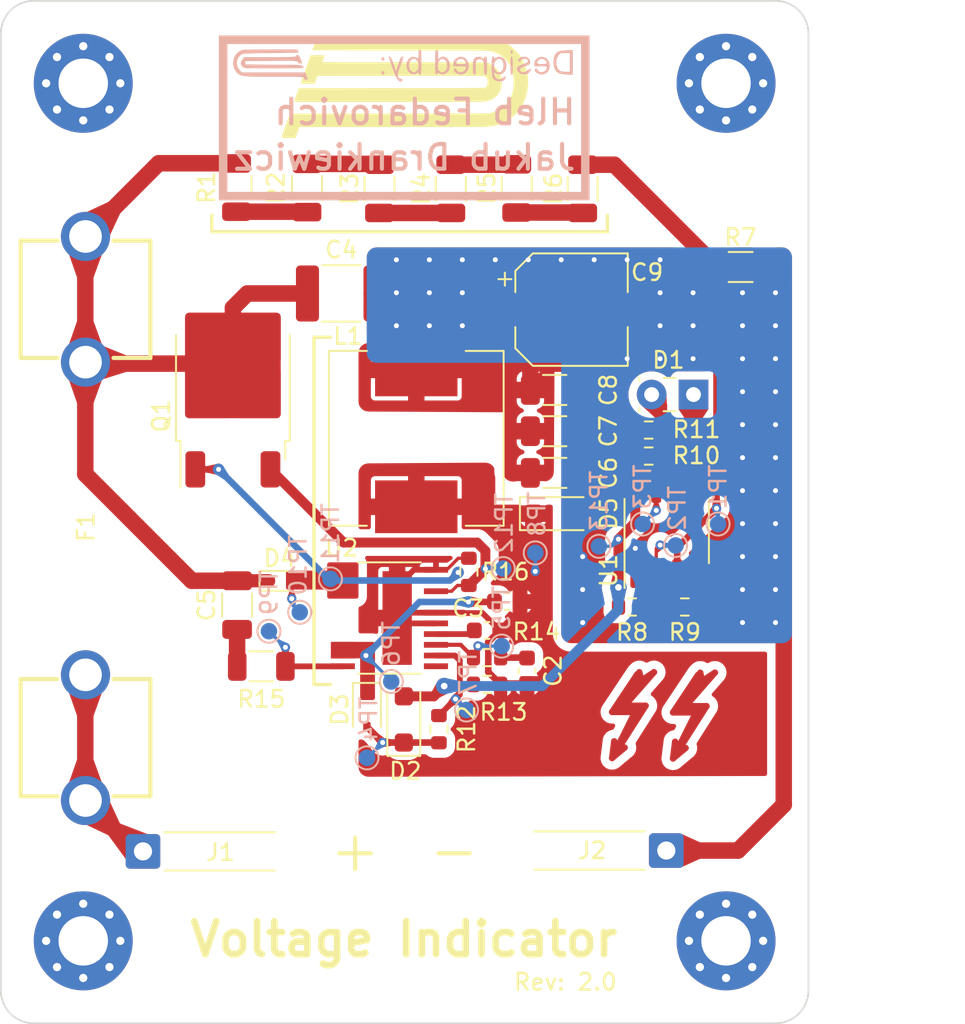
<source format=kicad_pcb>
(kicad_pcb (version 20221018) (generator pcbnew)
  (title_block (title "Voltage Indicator") (date "2023-05-06") (rev "2.0") (company "H. Fedarovich") (comment 1 "J. Drankiewicz") (comment 2 "I. Kajdan"))
  (layers (0 "F.Cu" signal) (31 "B.Cu" signal) (34 "B.Paste" user) (35 "F.Paste" user) (36 "B.SilkS" user "B.Silkscreen") (37 "F.SilkS" user "F.Silkscreen") (38 "B.Mask" user) (39 "F.Mask" user) (44 "Edge.Cuts" user))
  (net 0 "")
  (net 1 "Net-(C2-Pad1)")
  (net 2 "VCC")
  (net 3 "GND")
  (net 4 "Net-(#FLG03-pwr)")
  (net 5 "+12V")
  (net 6 "Net-(D3-K)")
  (net 7 "Net-(U2-IREG{slash}SS)")
  (net 8 "Net-(C5-Pad1)")
  (net 9 "Net-(D1-A)")
  (net 10 "Net-(D1-K)")
  (net 11 "Net-(D2-K)")
  (net 12 "Net-(#FLG04-pwr)")
  (net 13 "Net-(R1-Pad1)")
  (net 14 "Net-(R2-Pad1)")
  (net 15 "Net-(R3-Pad1)")
  (net 16 "Net-(R4-Pad1)")
  (net 17 "Net-(J1-Pin_1)")
  (net 18 "Net-(Q1-S)")
  (net 19 "Net-(Q1-G)")
  (net 20 "Net-(R5-Pad1)")
  (net 21 "Net-(U1--)")
  (net 22 "Net-(U1-+)")
  (net 23 "Net-(U2-FB)")
  (net 24 "Net-(U2-VC)")
  (net 25 "Net-(U2-DCM)")
  (footprint "Resistor_SMD:R_0603_1608Metric" (layer "F.Cu") (at 168.3002 105.8056 180)
    (fp_text reference "R8")
    (fp_text value "3k" hide)
  )
  (footprint "Symbol:Symbol_Highvoltage_Type1_CopperTop_Small" (layer "F.Cu") (at 171.164 112.961)
    (fp_text reference "REF**" hide)
    (fp_text value "Symbol_Highvoltage_Type1_CopperTop_Small")
  )
  (footprint "Diode_SMD:D_SOD-123F" (layer "F.Cu") (at 154.45 112.625 90)
    (fp_text reference "D2")
    (fp_text value "US1KFA" hide)
  )
  (footprint "Local_Library:putm_15mm" (layer "F.Cu") (at 154.5 74.3)
    (fp_text reference "G***" hide)
    (fp_text value "LOGO" hide)
  )
  (footprint "Symbol:Symbol_Highvoltage_Type1_CopperTop_Small" (layer "F.Cu") (at 167.468 112.934)
    (fp_text reference "REF**" hide)
    (fp_text value "Symbol_Highvoltage_Type1_CopperTop_Small")
  )
  (footprint "Resistor_SMD:R_0603_1608Metric" (layer "F.Cu") (at 169.305 96.655)
    (fp_text reference "R10")
    (fp_text value "1k2")
  )
  (footprint "Capacitor_SMD:C_0603_1608Metric" (layer "F.Cu") (at 160.725 105.475)
    (fp_text reference "C1" hide)
    (fp_text value "10u" hide)
  )
  (footprint "LED_THT:LED_Rectangular_W3.9mm_H1.9mm" (layer "F.Cu") (at 172.025 92.925 180)
    (fp_text reference "D1")
    (fp_text value "Red")
  )
  (footprint "Local_Library:FuseClip" (layer "F.Cu") (at 135.138 87.15 -90)
    (fp_text reference "F1")
    (fp_text value "600V" hide)
  )
  (footprint "Resistor_SMD:R_1206_3216Metric" (layer "F.Cu") (at 165.3 80.45 -90)
    (fp_text reference "R6")
    (fp_text value "100k" hide)
  )
  (footprint "Capacitor_SMD:C_1206_3216Metric" (layer "F.Cu") (at 163.604 95.146 180)
    (fp_text reference "C7")
    (fp_text value "47u" hide)
  )
  (footprint "Local_Library:WurthElektronikInductor_7687714102" (layer "F.Cu") (at 155.2056 95.58 90)
    (fp_text reference "L1")
    (fp_text value "1m")
  )
  (footprint "Resistor_SMD:R_0603_1608Metric" (layer "F.Cu") (at 156.58 113.215 -90)
    (fp_text reference "R12")
    (fp_text value "21k5" hide)
  )
  (footprint "Local_Library:SolderWire_Relief" (layer "F.Cu") (at 170.375 120.575 -90)
    (fp_text reference "J2")
    (fp_text value "HV-")
  )
  (footprint "Capacitor_SMD:C_1206_3216Metric" (layer "F.Cu") (at 144.335 105.69 90)
    (fp_text reference "C5")
    (fp_text value "10p" hide)
  )
  (footprint "Resistor_SMD:R_1206_3216Metric" (layer "F.Cu") (at 152.975 80.45 90)
    (fp_text reference "R3")
    (fp_text value "100k" hide)
  )
  (footprint "Package_SO:SO-8_3.9x4.9mm_P1.27mm" (layer "F.Cu") (at 170.4 101.2 90)
    (fp_text reference "U1")
    (fp_text value "LM211DT" hide)
  )
  (footprint "Resistor_SMD:R_0603_1608Metric" (layer "F.Cu") (at 159.5 110.5 180)
    (fp_text reference "R13")
    (fp_text value "2k49" hide)
  )
  (footprint "Resistor_SMD:R_1206_3216Metric" (layer "F.Cu") (at 157.3 80.45 -90)
    (fp_text reference "R4")
    (fp_text value "100k" hide)
  )
  (footprint "MountingHole:MountingHole_3mm_Pad_Via" (layer "F.Cu") (at 135 126.05)
    (fp_text reference "REF**" hide)
    (fp_text value "MountingHole_3mm_Pad_Via" hide)
  )
  (footprint "Resistor_SMD:R_1206_3216Metric" (layer "F.Cu") (at 144.3 80.375 90)
    (fp_text reference "R1")
    (fp_text value "100k" hide)
  )
  (footprint "MountingHole:MountingHole_3mm_Pad_Via" (layer "F.Cu") (at 135 74.05)
    (fp_text reference "REF**" hide)
    (fp_text value "MountingHole_3mm_Pad_Via" hide)
  )
  (footprint "Capacitor_SMD:C_1206_3216Metric" (layer "F.Cu") (at 163.604 97.675 180)
    (fp_text reference "C6")
    (fp_text value "47u" hide)
  )
  (footprint "Local_Library:LT8316EFE" (layer "F.Cu") (at 153.575 106.475)
    (fp_text reference "U2")
    (fp_text value "LT8316EFE" hide)
  )
  (footprint "Resistor_SMD:R_0603_1608Metric" (layer "F.Cu") (at 171.499 105.8056 180)
    (fp_text reference "R9")
    (fp_text value "240R" hide)
  )
  (footprint "Capacitor_SMD:C_0603_1608Metric" (layer "F.Cu") (at 159.5 107.225)
    (fp_text reference "C3")
    (fp_text value "100n" hide)
  )
  (footprint "Diode_SMD:D_SOD-523" (layer "F.Cu") (at 146.95 104.22)
    (fp_text reference "D4")
    (fp_text value "10V" hide)
  )
  (footprint "Resistor_SMD:R_0603_1608Metric" (layer "F.Cu") (at 169.305 95.075)
    (fp_text reference "R11")
    (fp_text value "143R" hide)
  )
  (footprint "Diode_SMD:D_SOD-323" (layer "F.Cu") (at 152.211 112.02 -90)
    (fp_text reference "D3")
    (fp_text value "CMDSH2-3")
  )
  (footprint "Package_TO_SOT_SMD:TO-252-2" (layer "F.Cu") (at 144.079 92.421 90)
    (fp_text reference "Q1")
    (fp_text value "TK3P80ERQ" hide)
  )
  (footprint "Resistor_SMD:R_1206_3216Metric" (layer "F.Cu") (at 161.3 80.425 90)
    (fp_text reference "R5")
    (fp_text value "100k" hide)
  )
  (footprint "Resistor_SMD:R_1206_3216Metric" (layer "F.Cu") (at 174.885 85.19 180)
    (fp_text reference "R7")
    (fp_text value "10k" hide)
  )
  (footprint "Capacitor_SMD:CP_Elec_6.3x5.4" (layer "F.Cu") (at 164.625 87.775)
    (fp_text reference "C9")
    (fp_text value "DNP")
  )
  (footprint "Capacitor_SMD:C_1206_3216Metric" (layer "F.Cu") (at 163.604 92.646 180)
    (fp_text reference "C8")
    (fp_text value "47u" hide)
  )
  (footprint "Resistor_SMD:R_0603_1608Metric" (layer "F.Cu") (at 159.5 108.875 180)
    (fp_text reference "R14")
    (fp_text value "22k1" hide)
  )
  (footprint "MountingHole:MountingHole_3mm_Pad_Via" (layer "F.Cu") (at 174 126.05)
    (fp_text reference "REF**" hide)
    (fp_text value "MountingHole_3mm_Pad_Via" hide)
  )
  (footprint "Diode_SMD:D_SOD-123F" (layer "F.Cu") (at 163.704 100.146)
    (fp_text reference "D5")
    (fp_text value "US1KFA" hide)
  )
  (footprint "Local_Library:SolderWire_Relief" (layer "F.Cu") (at 138.625 120.625 90)
    (fp_text reference "J1")
    (fp_text value "HV+")
  )
  (footprint "Resistor_SMD:R_1206_3216Metric" (layer "F.Cu") (at 148.575 80.4 -90)
    (fp_text reference "R2")
    (fp_text value "100k" hide)
  )
  (footprint "Capacitor_SMD:C_0603_1608Metric" (layer "F.Cu") (at 161.925 109.675 -90)
    (fp_text reference "C2")
    (fp_text value "100n" hide)
  )
  (footprint "Resistor_SMD:R_1206_3216Metric" (layer "F.Cu") (at 145.805 109.405)
    (fp_text reference "R15")
    (fp_text value "10k" hide)
  )
  (footprint "Resistor_SMD:R_0603_1608Metric" (layer "F.Cu") (at 158.3948 103.675 -90)
    (fp_text reference "R16")
    (fp_text value "220m" hide)
  )
  (footprint "MountingHole:MountingHole_3mm_Pad_Via" (layer "F.Cu") (at 174 74.05)
    (fp_text reference "REF**" hide)
    (fp_text value "MountingHole_3mm_Pad_Via" hide)
  )
  (footprint "Capacitor_SMD:C_1812_4532Metric" (layer "F.Cu") (at 150.654 86.796)
    (fp_text reference "C4")
    (fp_text value "100n" hide)
  )
  (footprint "TestPoint:TestPoint_Pad_D1.0mm" (layer "B.Cu") (at 152.216406 114.9545 180)
    (fp_text reference "TP4")
    (fp_text value "LT_D3")
  )
  (footprint "TestPoint:TestPoint_Pad_D1.0mm" (layer "B.Cu") (at 166.286906 102.125 180)
    (fp_text reference "TP13")
    (fp_text value "LT_VOUT")
  )
  (footprint "TestPoint:TestPoint_Pad_D1.0mm" (layer "B.Cu") (at 170.936906 102.075 180)
    (fp_text reference "TP2")
    (fp_text value "LM_P")
  )
  (footprint "Local_Library:SignatureBox25mm" (layer "B.Cu") (at 153.225 76.15 180)
    (fp_text reference "G***" hide)
    (fp_text value "LOGO" hide)
  )
  (footprint "TestPoint:TestPoint_Pad_D1.0mm" (layer "B.Cu") (at 158.25 112.05 180)
    (fp_text reference "TP7")
    (fp_text value "LT_FB")
  )
  (footprint "TestPoint:TestPoint_Pad_D1.0mm" (layer "B.Cu") (at 146.266906 107.275 180)
    (fp_text reference "TP9")
    (fp_text value "LT_DCM")
  )
  (footprint "TestPoint:TestPoint_Pad_D1.0mm" (layer "B.Cu") (at 173.514406 100.775 180)
    (fp_text reference "TP1")
    (fp_text value "LM_N")
  )
  (footprint "TestPoint:TestPoint_Pad_D1.0mm" (layer "B.Cu") (at 160.386906 108.175 180)
    (fp_text reference "TP5")
    (fp_text value "LT_VC")
  )
  (footprint "TestPoint:TestPoint_Pad_D1.0mm" (layer "B.Cu") (at 150 104.1 180)
    (fp_text reference "TP11")
    (fp_text value "LT_GATE")
  )
  (footprint "TestPoint:TestPoint_Pad_D1.0mm" (layer "B.Cu") (at 153.686906 110.325 180)
    (fp_text reference "TP6")
    (fp_text value "LT_BIAS")
  )
  (footprint "TestPoint:TestPoint_Pad_D1.0mm" (layer "B.Cu") (at 162.425 102.525 180)
    (fp_text reference "TP8")
    (fp_text value "LT_GND")
  )
  (footprint "TestPoint:TestPoint_Pad_D1.0mm" (layer "B.Cu") (at 148.136906 106.125 180)
    (fp_text reference "TP10")
    (fp_text value "LT_VIN")
  )
  (footprint "TestPoint:TestPoint_Pad_D1.0mm" (layer "B.Cu") (at 160.486906 103.475 180)
    (fp_text reference "TP12")
    (fp_text value "LT_SENSE")
  )
  (footprint "TestPoint:TestPoint_Pad_D1.0mm" (layer "B.Cu") (at 168.936906 100.775 180)
    (fp_text reference "TP3")
    (fp_text value "LM_OUT")
  )
  (gr_line (start 142.8 82.05) (end 142.8 83.05) (stroke (width 0.2)) (layer "F.SilkS"))
  (gr_line (start 149 89.45) (end 149 110.5) (stroke (width 0.2)) (layer "F.SilkS"))
  (gr_line (start 166.8 82.05) (end 166.8 83.05) (stroke (width 0.2)) (layer "F.SilkS"))
  (gr_line (start 150 89.45) (end 149 89.45) (stroke (width 0.2)) (layer "F.SilkS"))
  (gr_line (start 150 110.5) (end 149 110.5) (stroke (width 0.2)) (layer "F.SilkS"))
  (gr_line (start 142.8 83.05) (end 166.8 83.05) (stroke (width 0.2)) (layer "F.SilkS"))
  (gr_arc (start 130 71.05) (mid 130.585786 69.635786) (end 132 69.05) (stroke (width 0.1)) (layer "Edge.Cuts"))
  (gr_line (start 177 131.05) (end 132 131.05) (stroke (width 0.1)) (layer "Edge.Cuts"))
  (gr_line (start 132 69.05) (end 177 69.05) (stroke (width 0.1)) (layer "Edge.Cuts"))
  (gr_line (start 130 129.05) (end 130 71.05) (stroke (width 0.1)) (layer "Edge.Cuts"))
  (gr_arc (start 177 69.05) (mid 178.414214 69.635786) (end 179 71.05) (stroke (width 0.1)) (layer "Edge.Cuts"))
  (gr_line (start 179 71.05) (end 179 129.05) (stroke (width 0.1)) (layer "Edge.Cuts"))
  (gr_arc (start 132 131.05) (mid 130.585786 130.464214) (end 130 129.05) (stroke (width 0.1)) (layer "Edge.Cuts"))
  (gr_arc (start 179 129.05) (mid 178.414214 130.464214) (end 177 131.05) (stroke (width 0.1)) (layer "Edge.Cuts"))
  (gr_text "Hleb Fedarovich" (at 165 75.8) (layer "B.SilkS") (effects (font (size 1.5 1.5) (thickness 0.25) bold) (justify left mirror)))
  (gr_text "Jakub Drankiewicz" (at 165 78.55) (layer "B.SilkS") (effects (font (size 1.5 1.5) (thickness 0.25) bold) (justify left mirror)))
  (gr_text "Rev: 2.0" (at 164.25 128.55) (layer "F.SilkS") (effects (font (size 1 1))))
  (gr_text "Voltage Indicator" (at 154.45 125.95) (layer "F.SilkS") (effects (font (size 2 2) (thickness 0.4) bold)))
  (gr_text "-" (at 157.5 120.55) (layer "F.SilkS") (effects (font (size 2.5 2.5) (thickness 0.25))))
  (gr_text "+" (at 151.5 120.55) (layer "F.SilkS") (effects (font (size 2.5 2.5) (thickness 0.25))))
  (segment (start 160.325 108.875) (end 161.9 108.875) (width 0.4) (layer "F.Cu") (net 1))
  (segment (start 161.9 108.875) (end 161.925 108.9) (width 0.4) (layer "F.Cu") (net 1))
  (segment (start 139.578 78.9) (end 135.138 83.34) (width 1) (layer "F.Cu") (net 2))
  (segment (start 135.125 83.34) (end 135.125 90.96) (width 1) (layer "F.Cu") (net 2))
  (segment (start 144.079 91.161) (end 144.079 87.671) (width 1) (layer "F.Cu") (net 2))
  (segment (start 144.079 87.671) (end 144.954 86.796) (width 1) (layer "F.Cu") (net 2))
  (segment (start 144.2875 78.9) (end 139.578 78.9) (width 1) (layer "F.Cu") (net 2))
  (segment (start 146.245 104.215) (end 144.335 104.215) (width 0.8) (layer "F.Cu") (net 2))
  (segment (start 135.138 83.34) (end 135.125 83.34) (width 1) (layer "F.Cu") (net 2))
  (segment (start 144.079 91.161) (end 143.968 91.05) (width 1) (layer "F.Cu") (net 2))
  (segment (start 135.125 97.755) (end 135.125 90.96) (width 1) (layer "F.Cu") (net 2))
  (segment (start 135.228 91.05) (end 135.138 90.96) (width 1) (layer "F.Cu") (net 2))
  (segment (start 144.954 86.796) (end 148.604 86.796) (width 1) (layer "F.Cu") (net 2))
  (segment (start 143.968 91.05) (end 135.228 91.05) (width 1) (layer "F.Cu") (net 2))
  (segment (start 144.335 104.215) (end 141.585 104.215) (width 1) (layer "F.Cu") (net 2))
  (segment (start 146.25 104.22) (end 146.245 104.215) (width 0.8) (layer "F.Cu") (net 2))
  (segment (start 141.585 104.215) (end 135.125 97.755) (width 1) (layer "F.Cu") (net 2))
  (segment (start 165.154 94.821) (end 165.154 92.396) (width 0.6) (layer "F.Cu") (net 3))
  (segment (start 165.229 100.021) (end 165.229 94.896) (width 0.6) (layer "F.Cu") (net 3))
  (segment (start 174.725 120.575) (end 177.5 117.8) (width 1) (layer "F.Cu") (net 3))
  (segment (start 170.375 120.575) (end 174.725 120.575) (width 1) (layer "F.Cu") (net 3))
  (segment (start 177.5 117.8) (end 177.5 86.3425) (width 1) (layer "F.Cu") (net 3))
  (segment (start 177.5 86.3425) (end 176.3475 85.19) (width 1) (layer "F.Cu") (net 3))
  (segment (start 172.3 105.7816) (end 172.324 105.8056) (width 0.4) (layer "F.Cu") (net 3))
  (segment (start 165.104 100.146) (end 165.229 100.021) (width 0.6) (layer "F.Cu") (net 3))
  (segment (start 152.704 86.796) (end 152.708 86.8) (width 1.4) (layer "F.Cu") (net 3))
  (segment (start 172.3 103.78) (end 172.3 105.7816) (width 0.4) (layer "F.Cu") (net 3))
  (segment (start 172.305 103.775) (end 172.3 103.78) (width 0.4) (layer "F.Cu") (net 3))
  (segment (start 168.495 102.25) (end 168.495 103.775) (width 0.4) (layer "F.Cu") (net 3))
  (segment (start 165.229 94.896) (end 165.154 94.821) (width 0.6) (layer "F.Cu") (net 3))
  (via (at 162 84.75) (size 0.56) (drill 0.3) (layers "F.Cu" "B.Cu") (net 3))
  (via (at 168 90.75) (size 0.56) (drill 0.3) (layers "F.Cu" "B.Cu") (net 3))
  (via (at 154 88.75) (size 0.56) (drill 0.3) (layers "F.Cu" "B.Cu") (net 3))
  (via (at 175 90.75) (size 0.56) (drill 0.3) (layers "F.Cu" "B.Cu") (net 3))
  (via (at 170 84.75) (size 0.56) (drill 0.3) (layers "F.Cu" "B.Cu") (net 3))
  (via (at 165.3 104.75) (size 0.56) (drill 0.3) (layers "F.Cu" "B.Cu") (net 3))
  (via (at 166 84.75) (size 0.56) (drill 0.3) (layers "F.Cu" "B.Cu") (net 3))
  (via (at 175 88.75) (size 0.56) (drill 0.3) (layers "F.Cu" "B.Cu") (net 3))
  (via (at 177 86.75) (size 0.56) (drill 0.3) (layers "F.Cu" "B.Cu") (net 3))
  (via (at 175 102.75) (size 0.56) (drill 0.3) (layers "F.Cu" "B.Cu") (net 3))
  (via (at 172 86.75) (size 0.56) (drill 0.3) (layers "F.Cu" "B.Cu") (net 3))
  (via (at 158 86.75) (size 0.56) (drill 0.3) (layers "F.Cu" "B.Cu") (net 3))
  (via (at 156 86.75) (size 0.56) (drill 0.3) (layers "F.Cu" "B.Cu") (net 3))
  (via (at 172 88.75) (size 0.56) (drill 0.3) (layers "F.Cu" "B.Cu") (net 3))
  (via (at 177 104.75) (size 0.56) (drill 0.3) (layers "F.Cu" "B.Cu") (net 3))
  (via (at 168.495 102.25) (size 0.56) (drill 0.3) (layers "F.Cu" "B.Cu") (net 3))
  (via (at 160 84.75) (size 0.56) (drill 0.3) (layers "F.Cu" "B.Cu") (net 3))
  (via (at 175 94.75) (size 0.56) (drill 0.3) (layers "F.Cu" "B.Cu") (net 3))
  (via (at 175 96.75) (size 0.56) (drill 0.3) (layers "F.Cu" "B.Cu") (net 3))
  (via (at 165.3 102.75) (size 0.56) (drill 0.3) (layers "F.Cu" "B.Cu") (net 3))
  (via (at 177 96.75) (size 0.56) (drill 0.3) (layers "F.Cu" "B.Cu") (net 3))
  (via (at 154 84.75) (size 0.56) (drill 0.3) (layers "F.Cu" "B.Cu") (net 3))
  (via (at 175 106.75) (size 0.56) (drill 0.3) (layers "F.Cu" "B.Cu") (net 3))
  (via (at 175 86.75) (size 0.56) (drill 0.3) (layers "F.Cu" "B.Cu") (net 3))
  (via (at 172 90.75) (size 0.56) (drill 0.3) (layers "F.Cu" "B.Cu") (net 3))
  (via (at 158 88.75) (size 0.56) (drill 0.3) (layers "F.Cu" "B.Cu") (net 3))
  (via (at 177 92.75) (size 0.56) (drill 0.3) (layers "F.Cu" "B.Cu") (net 3))
  (via (at 170 86.75) (size 0.56) (drill 0.3) (layers "F.Cu" "B.Cu") (net 3))
  (via (at 175 98.75) (size 0.56) (drill 0.3) (layers "F.Cu" "B.Cu") (net 3))
  (via (at 177 100.75) (size 0.56) (drill 0.3) (layers "F.Cu" "B.Cu") (net 3))
  (via (at 175 104.75) (size 0.56) (drill 0.3) (layers "F.Cu" "B.Cu") (net 3))
  (via (at 156 88.75) (size 0.56) (drill 0.3) (layers "F.Cu" "B.Cu") (net 3))
  (via (at 154 86.75) (size 0.56) (drill 0.3) (layers "F.Cu" "B.Cu") (net 3))
  (via (at 177 102.75) (size 0.56) (drill 0.3) (layers "F.Cu" "B.Cu") (net 3))
  (via (at 170 88.75) (size 0.56) (drill 0.3) (layers "F.Cu" "B.Cu") (net 3))
  (via (at 177 94.75) (size 0.56) (drill 0.3) (layers "F.Cu" "B.Cu") (net 3))
  (via (at 168 84.75) (size 0.56) (drill 0.3) (layers "F.Cu" "B.Cu") (net 3))
  (via (at 177 90.75) (size 0.56) (drill 0.3) (layers "F.Cu" "B.Cu") (net 3))
  (via (at 177 106.75) (size 0.56) (drill 0.3) (layers "F.Cu" "B.Cu") (net 3))
  (via (at 170 90.75) (size 0.56) (drill 0.3) (layers "F.Cu" "B.Cu") (net 3))
  (via (at 156 84.75) (size 0.56) (drill 0.3) (layers "F.Cu" "B.Cu") (net 3))
  (via (at 164 84.75) (size 0.56) (drill 0.3) (layers "F.Cu" "B.Cu") (net 3))
  (via (at 158 84.75) (size 0.56) (drill 0.3) (layers "F.Cu" "B.Cu") (net 3))
  (via (at 175 100.75) (size 0.56) (drill 0.3) (layers "F.Cu" "B.Cu") (net 3))
  (via (at 177 98.75) (size 0.56) (drill 0.3) (layers "F.Cu" "B.Cu") (net 3))
  (via (at 165.3 106.75) (size 0.56) (drill 0.3) (layers "F.Cu" "B.Cu") (net 3))
  (via (at 175 92.75) (size 0.56) (drill 0.3) (layers "F.Cu" "B.Cu") (net 3))
  (via (at 177 88.75) (size 0.56) (drill 0.3) (layers "F.Cu" "B.Cu") (net 3))
  (segment (start 156.400001 103.550002) (end 157.055092 103.550002) (width 0.2) (layer "F.Cu") (net 4))
  (segment (start 159.575 107.925) (end 160.275 107.225) (width 0.4) (layer "F.Cu") (net 4))
  (segment (start 154.045 104.564701) (end 154.045 106.475) (width 0.35) (layer "F.Cu") (net 4))
  (segment (start 158.070907 106.150002) (end 156.400001 106.150002) (width 0.35) (layer "F.Cu") (net 4))
  (segment (start 159.225001 106.175001) (end 158.095906 106.175001) (width 0.35) (layer "F.Cu") (net 4))
  (segment (start 154.045 106.475) (end 154.045 104.645) (width 0.6) (layer "F.Cu") (net 4))
  (segment (start 160.275 107.225) (end 161.5 106) (width 0.4) (layer "F.Cu") (net 4))
  (segment (start 161.925 110.45) (end 160.375 110.45) (width 0.4) (layer "F.Cu") (net 4))
  (segment (start 156.400001 106.800001) (end 154.370001 106.800001) (width 0.35) (layer "F.Cu") (net 4))
  (segment (start 156.400001 106.150002) (end 154.369998 106.150002) (width 0.35) (layer "F.Cu") (net 4))
  (segment (start 157.055092 103.550002) (end 157.755094 102.85) (width 0.2) (layer "F.Cu") (net 4))
  (segment (start 158.095906 106.175001) (end 158.070907 106.150002) (width 0.35) (layer "F.Cu") (net 4))
  (segment (start 161.5 106) (end 161.5 105.475) (width 0.4) (layer "F.Cu") (net 4))
  (segment (start 154.370001 106.800001) (end 154.045 106.475) (width 0.35) (layer "F.Cu") (net 4))
  (segment (start 160.375 110.45) (end 160.325 110.5) (width 0.4) (layer "F.Cu") (net 4))
  (segment (start 159.575 109.75) (end 159.575 107.925) (width 0.4) (layer "F.Cu") (net 4))
  (segment (start 157.755094 102.85) (end 158.3948 102.85) (width 0.2) (layer "F.Cu") (net 4))
  (segment (start 154.369998 106.150002) (end 154.045 106.475) (width 0.35) (layer "F.Cu") (net 4))
  (segment (start 155.059699 103.550002) (end 154.045 104.564701) (width 0.35) (layer "F.Cu") (net 4))
  (segment (start 160.275 107.225) (end 159.225001 106.175001) (width 0.35) (layer "F.Cu") (net 4))
  (segment (start 156.400001 103.550002) (end 155.059699 103.550002) (width 0.35) (layer "F.Cu") (net 4))
  (segment (start 161.5 105.475) (end 161.55 105.475) (width 0.6) (layer "F.Cu") (net 4))
  (segment (start 160.325 110.5) (end 159.575 109.75) (width 0.4) (layer "F.Cu") (net 4))
  (via (at 162.425 103.65) (size 0.56) (drill 0.3) (layers "F.Cu" "B.Cu") (net 4))
  (segment (start 162.425 102.525) (end 162.425 103.65) (width 0.2) (layer "B.Cu") (net 4))
  (segment (start 167.47 101.6942) (end 168.495 100.6692) (width 0.6) (layer "F.Cu") (net 5))
  (segment (start 162.129 92.571) (end 162.129 92.646) (width 0.6) (layer "F.Cu") (net 5))
  (segment (start 165.698975 91.25) (end 163.45 91.25) (width 0.6) (layer "F.Cu") (net 5))
  (segment (start 168.48 96.655) (end 168.495 96.67) (width 0.6) (layer "F.Cu") (net 5))
  (segment (start 166.75 92.301025) (end 165.698975 91.25) (width 0.6) (layer "F.Cu") (net 5))
  (segment (start 168.48 95.075) (end 166.75 93.345) (width 0.6) (layer "F.Cu") (net 5))
  (segment (start 166.75 93.345) (end 166.75 92.301025) (width 0.6) (layer "F.Cu") (net 5))
  (segment (start 168.495 96.67) (end 168.495 98.595) (width 0.6) (layer "F.Cu") (net 5))
  (segment (start 156.9 110.6) (end 156.275 111.225) (width 0.6) (layer "F.Cu") (net 5))
  (segment (start 167.47 104.62) (end 167.47 105.8004) (width 0.6) (layer "F.Cu") (net 5))
  (segment (start 163.45 91.25) (end 162.129 92.571) (width 0.6) (layer "F.Cu") (net 5))
  (segment (start 168.495 100.6692) (end 168.495 98.625) (width 0.6) (layer "F.Cu") (net 5))
  (segment (start 167.47 104.62) (end 167.47 101.6942) (width 0.6) (layer "F.Cu") (net 5))
  (segment (start 156.275 111.225) (end 154.45 111.225) (width 0.6) (layer "F.Cu") (net 5))
  (segment (start 168.48 98.61) (end 168.495 98.625) (width 0.15) (layer "F.Cu") (net 5))
  (segment (start 167.47 105.8004) (end 167.4752 105.8056) (width 0.6) (layer "F.Cu") (net 5))
  (segment (start 168.48 95.075) (end 168.48 96.655) (width 0.6) (layer "F.Cu") (net 5))
  (via (at 167.47 101.6942) (size 0.56) (drill 0.3) (layers "F.Cu" "B.Cu") (net 5))
  (via (at 156.9 110.6) (size 1) (drill 0.4) (layers "F.Cu" "B.Cu") (net 5))
  (via (at 167.47 104.62) (size 1) (drill 0.4) (layers "F.Cu" "B.Cu") (net 5))
  (segment (start 166.286906 102.125) (end 167.0392 102.125) (width 0.2) (layer "B.Cu") (net 5))
  (segment (start 167.47 105.98) (end 162.85 110.6) (width 0.6) (layer "B.Cu") (net 5))
  (segment (start 162.85 110.6) (end 156.9 110.6) (width 0.6) (layer "B.Cu") (net 5))
  (segment (start 167.47 104.62) (end 167.47 105.98) (width 0.6) (layer "B.Cu") (net 5))
  (segment (start 167.0392 102.125) (end 167.47 101.6942) (width 0.2) (layer "B.Cu") (net 5))
  (segment (start 151.824998 108.099998) (end 150.749999 108.099998) (width 0.2) (layer "F.Cu") (net 6))
  (segment (start 152.149999 108.749999) (end 152.2 108.8) (width 0.2) (layer "F.Cu") (net 6))
  (segment (start 152.149999 108.749999) (end 150.749999 108.749999) (width 0.2) (layer "F.Cu") (net 6))
  (segment (start 158.375501 105.500001) (end 159.924999 105.500001) (width 0.4) (layer "F.Cu") (net 6))
  (segment (start 159.924999 105.500001) (end 159.95 105.475) (width 0.4) (layer "F.Cu") (net 6))
  (segment (start 152.2 108.475) (end 151.824998 108.099998) (width 0.2) (layer "F.Cu") (net 6))
  (segment (start 152.2 108.8) (end 152.2 110.95) (width 0.2) (layer "F.Cu") (net 6))
  (segment (start 152.2 108.8) (end 152.2 108.475) (width 0.2) (layer "F.Cu") (net 6))
  (segment (start 158.375501 105.500001) (end 156.400001 105.500001) (width 0.35) (layer "F.Cu") (net 6))
  (via (at 152.149999 108.749999) (size 0.7) (drill 0.3) (layers "F.Cu" "B.Cu") (net 6))
  (via (at 158.375501 105.500001) (size 0.7) (drill 0.3) (layers "F.Cu" "B.Cu") (net 6))
  (segment (start 158.375501 105.500001) (end 155.399997 105.500001) (width 0.4) (layer "B.Cu") (net 6))
  (segment (start 155.399997 105.500001) (end 152.149999 108.749999) (width 0.4) (layer "B.Cu") (net 6))
  (segment (start 153.686906 110.325) (end 153.686906 110.286906) (width 0.2) (layer "B.Cu") (net 6))
  (segment (start 153.686906 110.286906) (end 152.149999 108.749999) (width 0.2) (layer "B.Cu") (net 6))
  (segment (start 158.499998 107.450002) (end 158.725 107.225) (width 0.35) (layer "F.Cu") (net 7))
  (segment (start 156.400001 107.450002) (end 158.499998 107.450002) (width 0.35) (layer "F.Cu") (net 7))
  (segment (start 144.335 107.165) (end 144.335 109.3975) (width 1) (layer "F.Cu") (net 8))
  (segment (start 144.335 109.3975) (end 144.3425 109.405) (width 1) (layer "F.Cu") (net 8))
  (segment (start 170.13 95.075) (end 170.13 93.57) (width 0.6) (layer "F.Cu") (net 9))
  (segment (start 170.13 93.57) (end 169.485 92.925) (width 0.6) (layer "F.Cu") (net 9))
  (segment (start 169.765 97.02) (end 172.025 94.76) (width 0.6) (layer "F.Cu") (net 10))
  (segment (start 169.765 98.625) (end 169.765 97.02) (width 0.6) (layer "F.Cu") (net 10))
  (segment (start 169.765 99.95) (end 169.765 98.625) (width 0.2) (layer "F.Cu") (net 10))
  (segment (start 172.025 94.76) (end 172.025 92.925) (width 0.6) (layer "F.Cu") (net 10))
  (via (at 169.765 99.95) (size 0.56) (drill 0.3) (layers "F.Cu" "B.Cu") (net 10))
  (segment (start 168.94 100.775) (end 168.936906 100.775) (width 0.2) (layer "B.Cu") (net 10))
  (segment (start 169.765 99.95) (end 168.94 100.775) (width 0.2) (layer "B.Cu") (net 10))
  (segment (start 156.565 114.025) (end 154.45 114.025) (width 0.4) (layer "F.Cu") (net 11))
  (segment (start 153.166 114.025) (end 154.45 114.025) (width 0.4) (layer "F.Cu") (net 11))
  (segment (start 152.211 113.07) (end 153.166 114.025) (width 0.4) (layer "F.Cu") (net 11))
  (segment (start 156.58 114.04) (end 156.565 114.025) (width 0.4) (layer "F.Cu") (net 11))
  (via (at 153.166 114.025) (size 0.56) (drill 0.3) (layers "F.Cu" "B.Cu") (net 11))
  (segment (start 152.2365 114.9545) (end 153.166 114.025) (width 0.2) (layer "B.Cu") (net 11))
  (segment (start 152.216406 114.9545) (end 152.2365 114.9545) (width 0.2) (layer "B.Cu") (net 11))
  (segment (start 150.749999 103.55) (end 150.749999 104.200001) (width 0.2) (layer "F.Cu") (net 12))
  (segment (start 147.65 105.3) (end 147.65 104.22) (width 0.2) (layer "F.Cu") (net 12))
  (segment (start 150.749999 104.200001) (end 150.749999 104.849999) (width 0.2) (layer "F.Cu") (net 12))
  (via (at 147.65 105.3) (size 0.56) (drill 0.3) (layers "F.Cu" "B.Cu") (net 12))
  (segment (start 147.65 105.3) (end 147.65 105.638094) (width 0.2) (layer "B.Cu") (net 12))
  (segment (start 147.65 105.638094) (end 148.136906 106.125) (width 0.2) (layer "B.Cu") (net 12))
  (segment (start 148.55 81.8375) (end 148.575 81.8625) (width 1) (layer "F.Cu") (net 13))
  (segment (start 144.3 81.8375) (end 148.55 81.8375) (width 1) (layer "F.Cu") (net 13))
  (segment (start 152.925 78.9375) (end 152.975 78.9875) (width 1) (layer "F.Cu") (net 14))
  (segment (start 148.575 78.9375) (end 152.925 78.9375) (width 1) (layer "F.Cu") (net 14))
  (segment (start 152.975 81.9125) (end 157.3 81.9125) (width 1) (layer "F.Cu") (net 15))
  (segment (start 157.3 78.9875) (end 161.275 78.9875) (width 1) (layer "F.Cu") (net 16))
  (segment (start 161.275 78.9875) (end 161.3 78.9625) (width 1) (layer "F.Cu") (net 16))
  (segment (start 135.125 117.54) (end 135.125 109.92) (width 1) (layer "F.Cu") (net 17))
  (segment (start 138.625 120.625) (end 138.21 120.625) (width 1) (layer "F.Cu") (net 17))
  (segment (start 138.21 120.625) (end 135.125 117.54) (width 1) (layer "F.Cu") (net 17))
  (segment (start 159.4 103.4948) (end 158.3948 104.5) (width 0.6) (layer "F.Cu") (net 18))
  (segment (start 159.4 102.4) (end 159.4 103.4948) (width 0.6) (layer "F.Cu") (net 18))
  (segment (start 158.9 101.9) (end 159.4 102.4) (width 0.6) (layer "F.Cu") (net 18))
  (segment (start 157.349998 104.850002) (end 157.7 104.5) (width 0.2) (layer "F.Cu") (net 18))
  (segment (start 150.798 101.9) (end 158.9 101.9) (width 0.6) (layer "F.Cu") (net 18))
  (segment (start 156.400001 104.850002) (end 157.349998 104.850002) (width 0.2) (layer "F.Cu") (net 18))
  (segment (start 146.359 97.461) (end 150.798 101.9) (width 0.6) (layer "F.Cu") (net 18))
  (segment (start 157.7 104.5) (end 158.3948 104.5) (width 0.2) (layer "F.Cu") (net 18))
  (via (at 159.4 103.4948) (size 0.56) (drill 0.3) (layers "F.Cu" "B.Cu") (net 18))
  (segment (start 160.486906 103.475) (end 159.4198 103.475) (width 0.2) (layer "B.Cu") (net 18))
  (segment (start 159.4198 103.475) (end 159.4 103.4948) (width 0.2) (layer "B.Cu") (net 18))
  (segment (start 157.253622 104.200001) (end 156.400001 104.200001) (width 0.35) (layer "F.Cu") (net 19))
  (segment (start 157.742899 103.710724) (end 157.253622 104.200001) (width 0.35) (layer "F.Cu") (net 19))
  (segment (start 143.211 97.461) (end 141.799 97.461) (width 0.4) (layer "F.Cu") (net 19))
  (via (at 143.211 97.461) (size 0.7) (drill 0.3) (layers "F.Cu" "B.Cu") (net 19))
  (via (at 157.742899 103.710724) (size 0.7) (drill 0.3) (layers "F.Cu" "B.Cu") (net 19))
  (segment (start 157.253623 104.2) (end 149.95 104.2) (width 0.4) (layer "B.Cu") (net 19))
  (segment (start 157.742899 103.710724) (end 157.253623 104.2) (width 0.4) (layer "B.Cu") (net 19))
  (segment (start 149.95 104.2) (end 143.211 97.461) (width 0.4) (layer "B.Cu") (net 19))
  (segment (start 165.275 81.8875) (end 165.3 81.9125) (width 1) (layer "F.Cu") (net 20))
  (segment (start 161.3 81.8875) (end 165.275 81.8875) (width 1) (layer "F.Cu") (net 20))
  (segment (start 173.4225 85.19) (end 173.4225 99.8239) (width 0.4) (layer "F.Cu") (net 21))
  (segment (start 173.4225 99.8239) (end 171.035 102.2114) (width 0.4) (layer "F.Cu") (net 21))
  (segment (start 171.035 102.2114) (end 171.035 103.775) (width 0.4) (layer "F.Cu") (net 21))
  (segment (start 167.22 78.9875) (end 173.4225 85.19) (width 1) (layer "F.Cu") (net 21))
  (segment (start 165.3 78.9875) (end 167.22 78.9875) (width 1) (layer "F.Cu") (net 21))
  (via (at 173.4225 99.8239) (size 0.56) (drill 0.3) (layers "F.Cu" "B.Cu") (net 21))
  (segment (start 173.514406 99.915806) (end 173.4225 99.8239) (width 0.2) (layer "B.Cu") (net 21))
  (segment (start 173.514406 100.775) (end 173.514406 99.915806) (width 0.2) (layer "B.Cu") (net 21))
  (segment (start 170.674 105.8056) (end 169.1252 105.8056) (width 0.4) (layer "F.Cu") (net 22))
  (segment (start 169.765 105.7906) (end 169.75 105.8056) (width 0.4) (layer "F.Cu") (net 22))
  (segment (start 169.765 102.285) (end 169.765 103.775) (width 0.2) (layer "F.Cu") (net 22))
  (segment (start 170 102.05) (end 169.765 102.285) (width 0.2) (layer "F.Cu") (net 22))
  (segment (start 169.765 103.775) (end 169.765 105.7906) (width 0.4) (layer "F.Cu") (net 22))
  (via (at 170 102.05) (size 0.56) (drill 0.3) (layers "F.Cu" "B.Cu") (net 22))
  (segment (start 170.025 102.075) (end 170 102.05) (width 0.2) (layer "B.Cu") (net 22))
  (segment (start 170.936906 102.075) (end 170.025 102.075) (width 0.2) (layer "B.Cu") (net 22))
  (segment (start 158.675 110.5) (end 157.9 110.5) (width 0.4) (layer "F.Cu") (net 23))
  (segment (start 157.550002 108.750002) (end 157.85 109.05) (width 0.35) (layer "F.Cu") (net 23))
  (segment (start 156.400001 108.750002) (end 157.550002 108.750002) (width 0.35) (layer "F.Cu") (net 23))
  (segment (start 157.85 109.05) (end 157.85 110.45) (width 0.35) (layer "F.Cu") (net 23))
  (segment (start 157.85 111.12) (end 157.585 111.385) (width 0.35) (layer "F.Cu") (net 23))
  (segment (start 157.585 111.385) (end 156.58 112.39) (width 0.35) (layer "F.Cu") (net 23))
  (segment (start 157.85 110.45) (end 157.85 111.12) (width 0.35) (layer "F.Cu") (net 23))
  (via (at 157.585 111.385) (size 0.56) (drill 0.3) (layers "F.Cu" "B.Cu") (net 23))
  (segment (start 158.25 112.05) (end 157.585 111.385) (width 0.2) (layer "B.Cu") (net 23))
  (segment (start 158.675 108.875) (end 157.900001 108.100001) (width 0.25) (layer "F.Cu") (net 24))
  (segment (start 157.900001 108.100001) (end 156.400001 108.100001) (width 0.25) (layer "F.Cu") (net 24))
  (segment (start 158.9455 108.6045) (end 158.675 108.875) (width 0.2) (layer "F.Cu") (net 24))
  (segment (start 158.9455 108.165129) (end 158.9455 108.6045) (width 0.2) (layer "F.Cu") (net 24))
  (via (at 158.9455 108.165129) (size 0.56) (drill 0.3) (layers "F.Cu" "B.Cu") (net 24))
  (segment (start 158.955371 108.175) (end 160.386906 108.175) (width 0.2) (layer "B.Cu") (net 24))
  (segment (start 158.9455 108.165129) (end 158.955371 108.175) (width 0.2) (layer "B.Cu") (net 24))
  (segment (start 150.744997 109.405) (end 147.2675 109.405) (width 0.35) (layer "F.Cu") (net 25))
  (segment (start 147.2675 108.25) (end 147.2675 109.405) (width 0.2) (layer "F.Cu") (net 25))
  (segment (start 150.749999 109.399998) (end 150.744997 109.405) (width 0.35) (layer "F.Cu") (net 25))
  (via (at 147.2675 108.25) (size 0.56) (drill 0.3) (layers "F.Cu" "B.Cu") (net 25))
  (segment (start 147.2675 108.25) (end 147.241906 108.25) (width 0.2) (layer "B.Cu") (net 25))
  (segment (start 147.241906 108.25) (end 146.266906 107.275) (width 0.2) (layer "B.Cu") (net 25))
  (zone (net 6) (net_name "Net-(D3-K)") (layer "F.Cu") (priority 3) (connect_pads yes (clearance 0.1)) (min_thickness 0.254) (fill yes (thermal_gap 0.508) (thermal_bridge_width 0.508) (smoothing fillet) (radius 0.1))
    (polygon (pts (xy 151.8 111.45) (xy 151.8 108.92) (xy 150.025 108.92) (xy 150.025 107.92) (xy 152.7 107.92) (xy 152.7 111.45)))
  )
  (zone (net 12) (net_name "Net-(#FLG04-pwr)") (layer "F.Cu") (priority 1) (connect_pads yes (clearance 0.508)) (min_thickness 0.254) (fill yes (thermal_gap 0.508) (thermal_bridge_width 0.508) (smoothing fillet) (radius 0.1))
    (polygon (pts (xy 147.3 103.6) (xy 149.8 103.6) (xy 149.8 103.1) (xy 151.7 103.1) (xy 151.7 105.3) (xy 149.8 105.3) (xy 149.8 104.75) (xy 147.3 104.75)))
  )
  (zone (net 4) (net_name "Net-(#FLG03-pwr)") (layer "F.Cu") (connect_pads (clearance 0.508)) (min_thickness 0.254) (fill yes (thermal_gap 0.254) (thermal_bridge_width 1) (smoothing fillet) (radius 0.6))
    (polygon (pts (xy 151.7 97.1) (xy 160 97.05) (xy 160 99.6) (xy 178 99.6) (xy 178 116.05) (xy 151.7 116.1)))
  )
  (zone (net 5) (net_name "+12V") (layer "F.Cu") (priority 2) (connect_pads (clearance 0.508)) (min_thickness 0.254) (fill yes (thermal_gap 0.254) (thermal_bridge_width 1) (smoothing fillet) (radius 0.6))
    (polygon (pts (xy 164.5 90) (xy 163.6 90) (xy 163.55 98.2) (xy 160.45 98.2) (xy 160.5 94) (xy 151.7 93.95) (xy 151.7 89.8) (xy 158.95 89.85) (xy 158.95 86.05) (xy 164.5 86.05)))
  )
  (zone (net 3) (net_name "GND") (layers "F&B.Cu") (priority 1) (connect_pads (clearance 0.508)) (min_thickness 0.254) (fill yes (thermal_gap 0.254) (thermal_bridge_width 1) (smoothing fillet) (radius 0.6))
    (polygon (pts (xy 152.2 84) (xy 178 84) (xy 178 108) (xy 164 108) (xy 164 91) (xy 152.2 91)))
  )
  (zone (net 0) (net_name "") (layers "F&B.Cu") (connect_pads (clearance 0)) (min_thickness 0.254)
    (keepout (tracks allowed) (vias allowed) (pads allowed) (copperpour not_allowed) (footprints allowed))
    (fill (thermal_gap 0.254) (thermal_bridge_width 1))
    (polygon (pts (xy 153.5 104.5) (xy 158.5 104.5) (xy 158.5 110.5) (xy 153.5 110.5)))
  )
)
</source>
